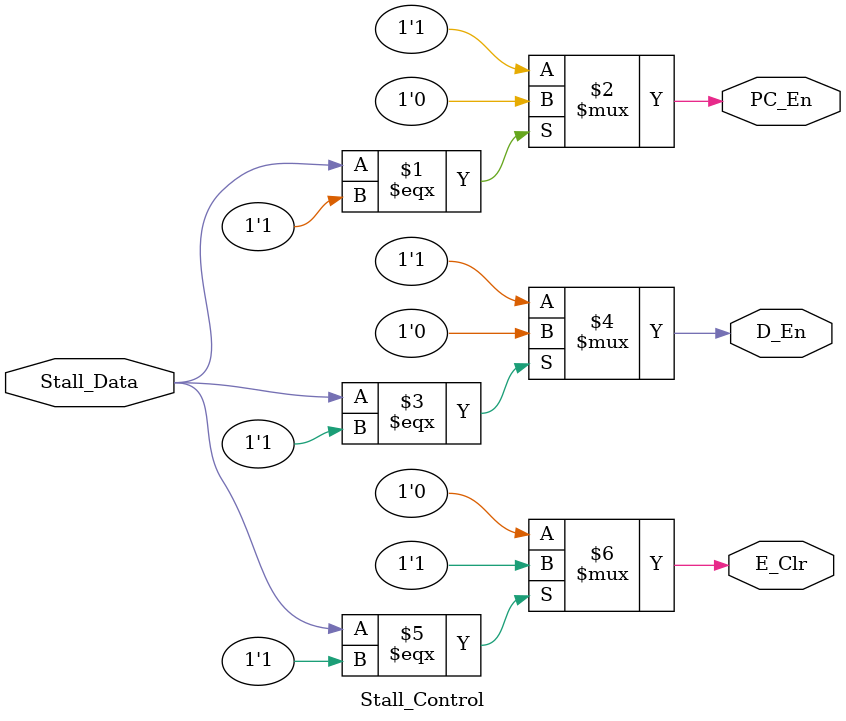
<source format=v>
`timescale 1ns / 1ps
module Stall_Control(
    input Stall_Data,
    output PC_En,
    output D_En,
    output E_Clr
    );

  
  assign PC_En = (Stall_Data === 1'b1) ? 1'b0 : 1'b1;
  assign D_En  = (Stall_Data === 1'b1) ? 1'b0 : 1'b1;
  assign E_Clr = (Stall_Data === 1'b1) ? 1'b1 : 1'b0;

endmodule

</source>
